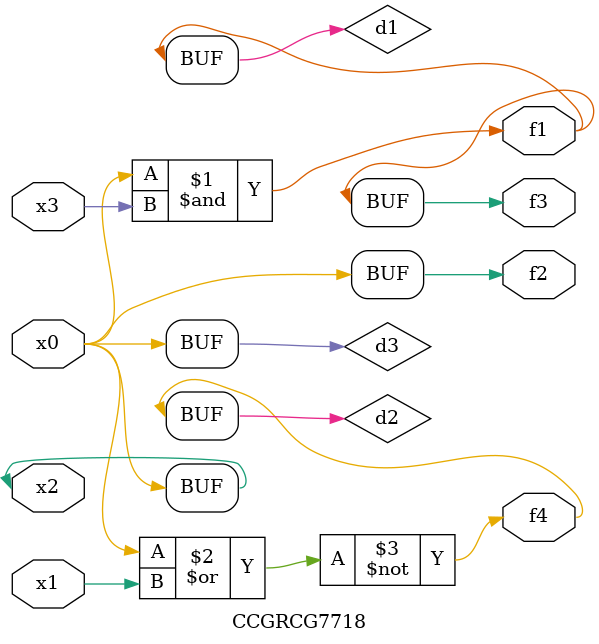
<source format=v>
module CCGRCG7718(
	input x0, x1, x2, x3,
	output f1, f2, f3, f4
);

	wire d1, d2, d3;

	and (d1, x2, x3);
	nor (d2, x0, x1);
	buf (d3, x0, x2);
	assign f1 = d1;
	assign f2 = d3;
	assign f3 = d1;
	assign f4 = d2;
endmodule

</source>
